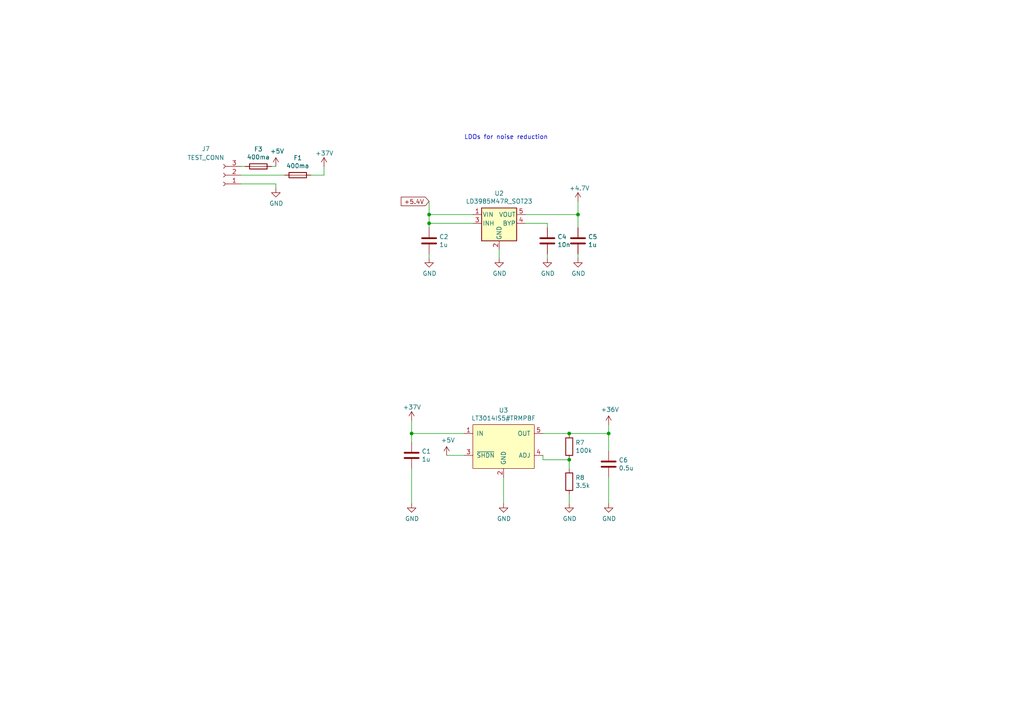
<source format=kicad_sch>
(kicad_sch (version 20211123) (generator eeschema)
  (paper "A4")
  (lib_symbols
    (symbol "Connector:Conn_01x03_Female" (pin_names (offset 1.016) hide)
      (property "Reference" "J" (at 0 5.08 0))
      (property "Value" "Conn_01x03_Female" (at 0 -5.08 0))
      (symbol "Conn_01x03_Female_1_1"
        (arc (start 0 -2.032) (mid -0.508 -2.54) (end 0 -3.048) (stroke (width 0.1524)))
        (polyline (pts (xy -1.27 -2.54) (xy -0.508 -2.54)) (stroke (width 0.1524)))
        (polyline (pts (xy -1.27 0) (xy -0.508 0)) (stroke (width 0.1524)))
        (polyline (pts (xy -1.27 2.54) (xy -0.508 2.54)) (stroke (width 0.1524)))
        (arc (start 0 0.508) (mid -0.508 0) (end 0 -0.508) (stroke (width 0.1524)))
        (arc (start 0 3.048) (mid -0.508 2.54) (end 0 2.032) (stroke (width 0.1524)))
        (pin passive line (at -5.08 2.54 0) (length 3.81) (name "Pin_1") (number "1"))
        (pin passive line (at -5.08 0 0) (length 3.81) (name "Pin_2") (number "2"))
        (pin passive line (at -5.08 -2.54 0) (length 3.81) (name "Pin_3") (number "3"))
      )
    )
    (symbol "Device:C" (pin_numbers hide) (pin_names (offset 0.254))
      (property "Reference" "C" (at 0.635 2.54 0))
      (property "Value" "C" (at 0.635 -2.54 0))
      (symbol "C_0_1"
        (polyline (pts (xy -2.032 -0.762) (xy 2.032 -0.762)) (stroke (width 0.508)))
        (polyline (pts (xy -2.032 0.762) (xy 2.032 0.762)) (stroke (width 0.508)))
      )
      (symbol "C_1_1"
        (pin passive line (at 0 3.81 270) (length 2.794) (name "~") (number "1"))
        (pin passive line (at 0 -3.81 90) (length 2.794) (name "~") (number "2"))
      )
    )
    (symbol "Device:Fuse" (pin_numbers hide) (pin_names (offset 0))
      (property "Reference" "F" (at 2.032 0 90))
      (property "Value" "Fuse" (at -1.905 0 90))
      (symbol "Fuse_0_1"
        (rectangle (start -0.762 -2.54) (end 0.762 2.54) (stroke (width 0.254)))
        (polyline (pts (xy 0 2.54) (xy 0 -2.54)))
      )
      (symbol "Fuse_1_1"
        (pin passive line (at 0 3.81 270) (length 1.27) (name "~") (number "1"))
        (pin passive line (at 0 -3.81 90) (length 1.27) (name "~") (number "2"))
      )
    )
    (symbol "Device:R" (pin_numbers hide) (pin_names (offset 0))
      (property "Reference" "R" (at 2.032 0 90))
      (property "Value" "R" (at 0 0 90))
      (symbol "R_0_1"
        (rectangle (start -1.016 -2.54) (end 1.016 2.54) (stroke (width 0.254)))
      )
      (symbol "R_1_1"
        (pin passive line (at 0 3.81 270) (length 1.27) (name "~") (number "1"))
        (pin passive line (at 0 -3.81 90) (length 1.27) (name "~") (number "2"))
      )
    )
    (symbol "Regulator_Linear:LD3985M47R_SOT23" (pin_names (offset 0.254))
      (property "Reference" "U" (at -3.81 5.715 0))
      (property "Value" "LD3985M47R_SOT23" (at 0 5.715 0))
      (symbol "LD3985M47R_SOT23_0_1"
        (rectangle (start -5.08 4.445) (end 5.08 -5.08) (stroke (width 0.254)) (fill (type background)))
      )
      (symbol "LD3985M47R_SOT23_1_1"
        (pin power_in line (at -7.62 2.54 0) (length 2.54) (name "VIN") (number "1"))
        (pin power_in line (at 0 -7.62 90) (length 2.54) (name "GND") (number "2"))
        (pin input line (at -7.62 0 0) (length 2.54) (name "INH") (number "3"))
        (pin input line (at 7.62 0 180) (length 2.54) (name "BYP") (number "4"))
        (pin power_out line (at 7.62 2.54 180) (length 2.54) (name "VOUT") (number "5"))
      )
    )
    (symbol "payload2020_custom:+37V" (power) (pin_names (offset 0))
      (property "Value" "+37V" (at 0 3.556 0))
      (symbol "+37V_0_1"
        (polyline (pts (xy -0.762 1.27) (xy 0 2.54)))
        (polyline (pts (xy 0 0) (xy 0 2.54)))
        (polyline (pts (xy 0 2.54) (xy 0.762 1.27)))
      )
      (symbol "+37V_1_1"
        (pin power_in line (at 0 0 270) (length 0) hide (name "+37V") (number "1"))
      )
    )
    (symbol "payload2020_custom:+4.7V" (power) (pin_names (offset 0))
      (property "Value" "+4.7V" (at 0 3.556 0))
      (symbol "+4.7V_0_1"
        (polyline (pts (xy -0.762 1.27) (xy 0 2.54)))
        (polyline (pts (xy 0 0) (xy 0 2.54)))
        (polyline (pts (xy 0 2.54) (xy 0.762 1.27)))
      )
      (symbol "+4.7V_1_1"
        (pin power_in line (at 0 0 270) (length 0) hide (name "+4.7V") (number "1"))
      )
    )
    (symbol "payload2020_custom:LT3014IS5#TRMPBF" (pin_names (offset 1.016))
      (property "Reference" "U" (at 0 8.255 0))
      (property "Value" "LT3014IS5#TRMPBF" (at 0 6.35 0))
      (symbol "LT3014IS5#TRMPBF_0_1"
        (rectangle (start -8.89 5.08) (end 8.89 -7.62) (fill (type background)))
      )
      (symbol "LT3014IS5#TRMPBF_1_1"
        (pin input line (at -11.43 2.54 0) (length 2.54) (name "IN") (number "1"))
        (pin input line (at 0 -10.16 90) (length 2.54) (name "GND") (number "2"))
        (pin input line (at -11.43 -3.81 0) (length 2.54) (name "~{SHDN}") (number "3"))
        (pin input line (at 11.43 -3.81 180) (length 2.54) (name "ADJ") (number "4"))
        (pin input line (at 11.43 2.54 180) (length 2.54) (name "OUT") (number "5"))
      )
    )
    (symbol "power:+36V" (power) (pin_names (offset 0))
      (property "Value" "+36V" (at 0 3.556 0))
      (symbol "+36V_0_1"
        (polyline (pts (xy -0.762 1.27) (xy 0 2.54)))
        (polyline (pts (xy 0 0) (xy 0 2.54)))
        (polyline (pts (xy 0 2.54) (xy 0.762 1.27)))
      )
      (symbol "+36V_1_1"
        (pin power_in line (at 0 0 90) (length 0) hide (name "+36V") (number "1"))
      )
    )
    (symbol "power:+5V" (power) (pin_names (offset 0))
      (property "Value" "+5V" (at 0 3.556 0))
      (symbol "+5V_0_1"
        (polyline (pts (xy -0.762 1.27) (xy 0 2.54)))
        (polyline (pts (xy 0 0) (xy 0 2.54)))
        (polyline (pts (xy 0 2.54) (xy 0.762 1.27)))
      )
      (symbol "+5V_1_1"
        (pin power_in line (at 0 0 90) (length 0) hide (name "+5V") (number "1"))
      )
    )
    (symbol "power:GND" (power) (pin_names (offset 0))
      (property "Value" "GND" (at 0 -3.81 0))
      (symbol "GND_0_1"
        (polyline (pts (xy 0 0) (xy 0 -1.27) (xy 1.27 -1.27) (xy 0 -2.54) (xy -1.27 -1.27) (xy 0 -1.27)))
      )
      (symbol "GND_1_1"
        (pin power_in line (at 0 0 270) (length 0) hide (name "GND") (number "1"))
      )
    )
  )
  (junction (at 165.1 133.35))
  (junction (at 124.46 62.23))
  (junction (at 176.53 125.73))
  (junction (at 167.64 62.23))
  (junction (at 165.1 125.73))
  (junction (at 119.38 125.73))
  (junction (at 124.46 64.77))
  (wire (pts (xy 157.48 125.73) (xy 165.1 125.73)))
  (wire (pts (xy 134.62 132.08) (xy 129.54 132.08)))
  (wire (pts (xy 165.1 143.51) (xy 165.1 146.05)))
  (wire (pts (xy 119.38 125.73) (xy 119.38 128.27)))
  (wire (pts (xy 176.53 125.73) (xy 176.53 130.81)))
  (wire (pts (xy 176.53 123.19) (xy 176.53 125.73)))
  (wire (pts (xy 167.64 62.23) (xy 152.4 62.23)))
  (wire (pts (xy 158.75 73.66) (xy 158.75 74.93)))
  (wire (pts (xy 119.38 121.92) (xy 119.38 125.73)))
  (wire (pts (xy 158.75 64.77) (xy 152.4 64.77)))
  (wire (pts (xy 137.16 64.77) (xy 124.46 64.77)))
  (wire (pts (xy 146.05 138.43) (xy 146.05 146.05)))
  (wire (pts (xy 165.1 133.35) (xy 165.1 135.89)))
  (wire (pts (xy 124.46 62.23) (xy 137.16 62.23)))
  (wire (pts (xy 124.46 66.04) (xy 124.46 64.77)))
  (wire (pts (xy 167.64 74.93) (xy 167.64 73.66)))
  (wire (pts (xy 158.75 66.04) (xy 158.75 64.77)))
  (wire (pts (xy 157.48 132.08) (xy 157.48 133.35)))
  (wire (pts (xy 157.48 133.35) (xy 165.1 133.35)))
  (wire (pts (xy 167.64 58.42) (xy 167.64 62.23)))
  (wire (pts (xy 78.74 48.26) (xy 80.01 48.26)))
  (wire (pts (xy 80.01 53.34) (xy 80.01 54.61)))
  (wire (pts (xy 167.64 66.04) (xy 167.64 62.23)))
  (wire (pts (xy 165.1 125.73) (xy 176.53 125.73)))
  (wire (pts (xy 124.46 58.42) (xy 124.46 62.23)))
  (wire (pts (xy 93.98 48.26) (xy 93.98 50.8)))
  (wire (pts (xy 69.85 48.26) (xy 71.12 48.26)))
  (wire (pts (xy 119.38 135.89) (xy 119.38 146.05)))
  (wire (pts (xy 69.85 53.34) (xy 80.01 53.34)))
  (wire (pts (xy 124.46 64.77) (xy 124.46 62.23)))
  (wire (pts (xy 134.62 125.73) (xy 119.38 125.73)))
  (wire (pts (xy 82.55 50.8) (xy 69.85 50.8)))
  (wire (pts (xy 144.78 72.39) (xy 144.78 74.93)))
  (wire (pts (xy 124.46 73.66) (xy 124.46 74.93)))
  (wire (pts (xy 176.53 138.43) (xy 176.53 146.05)))
  (wire (pts (xy 93.98 50.8) (xy 90.17 50.8)))
  (text "LDOs for noise reduction" (at 134.62 40.64 0) (effects (font (size 1.27 1.27)) (justify left bottom)))
  (global_label "+5.4V" (shape input) (at 124.46 58.42 180) (property "Intersheet References" "${INTERSHEET_REFS}" (effects hide)))
  (symbol (lib_id "Device:C") (at 124.46 69.85 0) (unit 1)
    (property "Reference" "C2" (at 127.381 68.6816 0) (effects (justify left)))
    (property "Value" "1u" (at 127.381 70.993 0) (effects (justify left)))
    (property "Footprint" "Capacitor_SMD:C_0805_2012Metric_Pad1.15x1.40mm_HandSolder" (effects hide))
  )
  (symbol (lib_id "payload2020_custom:+4.7V") (at 167.64 58.42 0) (unit 1)
    (property "Reference" "#U04" (effects hide))
    (property "Value" "+4.7V" (at 165.1 54.61 0) (effects (justify left)))
  )
  (symbol (lib_id "power:GND") (at 124.46 74.93 0) (unit 1)
    (property "Reference" "#PWR05" (effects hide))
    (property "Value" "GND" (at 124.587 79.3242 0))
  )
  (symbol (lib_id "Device:C") (at 119.38 132.08 0) (unit 1)
    (property "Reference" "C1" (at 122.301 130.9116 0) (effects (justify left)))
    (property "Value" "1u" (at 122.301 133.223 0) (effects (justify left)))
    (property "Footprint" "Capacitor_SMD:C_0805_2012Metric_Pad1.15x1.40mm_HandSolder" (effects hide))
  )
  (symbol (lib_id "Device:R") (at 165.1 129.54 0) (unit 1)
    (property "Reference" "R7" (at 166.878 128.3716 0) (effects (justify left)))
    (property "Value" "100k" (at 166.878 130.683 0) (effects (justify left)))
    (property "Footprint" "Resistor_SMD:R_0805_2012Metric_Pad1.15x1.40mm_HandSolder" (effects hide))
  )
  (symbol (lib_id "Device:R") (at 165.1 139.7 0) (unit 1)
    (property "Reference" "R8" (at 166.878 138.5316 0) (effects (justify left)))
    (property "Value" "3.5k" (at 166.878 140.843 0) (effects (justify left)))
    (property "Footprint" "Resistor_SMD:R_0805_2012Metric_Pad1.15x1.40mm_HandSolder" (effects hide))
  )
  (symbol (lib_id "power:GND") (at 165.1 146.05 0) (unit 1)
    (property "Reference" "#PWR012" (effects hide))
    (property "Value" "GND" (at 165.227 150.4442 0))
  )
  (symbol (lib_id "Device:C") (at 176.53 134.62 0) (unit 1)
    (property "Reference" "C6" (at 179.451 133.4516 0) (effects (justify left)))
    (property "Value" "0.5u" (at 179.451 135.763 0) (effects (justify left)))
    (property "Footprint" "Capacitor_SMD:C_0805_2012Metric_Pad1.15x1.40mm_HandSolder" (effects hide))
  )
  (symbol (lib_id "power:GND") (at 176.53 146.05 0) (unit 1)
    (property "Reference" "#PWR016" (effects hide))
    (property "Value" "GND" (at 176.657 150.4442 0))
  )
  (symbol (lib_id "Regulator_Linear:LD3985M47R_SOT23") (at 144.78 64.77 0) (unit 1)
    (property "Reference" "U2" (at 144.78 56.0832 0))
    (property "Value" "LD3985M47R_SOT23" (at 144.78 58.3946 0))
    (property "Footprint" "Package_TO_SOT_SMD:SOT-23-5" (effects hide))
    (property "Datasheet" "http://www.st.com/internet/com/TECHNICAL_RESOURCES/TECHNICAL_LITERATURE/DATASHEET/CD00003395.pdf" (effects hide))
  )
  (symbol (lib_id "Device:C") (at 158.75 69.85 0) (unit 1)
    (property "Reference" "C4" (at 161.671 68.6816 0) (effects (justify left)))
    (property "Value" "10n" (at 161.671 70.993 0) (effects (justify left)))
    (property "Footprint" "Capacitor_SMD:C_0805_2012Metric_Pad1.15x1.40mm_HandSolder" (effects hide))
  )
  (symbol (lib_id "power:GND") (at 144.78 74.93 0) (unit 1)
    (property "Reference" "#PWR09" (effects hide))
    (property "Value" "GND" (at 144.907 79.3242 0))
  )
  (symbol (lib_id "Device:C") (at 167.64 69.85 0) (unit 1)
    (property "Reference" "C5" (at 170.561 68.6816 0) (effects (justify left)))
    (property "Value" "1u" (at 170.561 70.993 0) (effects (justify left)))
    (property "Footprint" "Capacitor_SMD:C_0805_2012Metric_Pad1.15x1.40mm_HandSolder" (effects hide))
  )
  (symbol (lib_id "power:GND") (at 158.75 74.93 0) (unit 1)
    (property "Reference" "#PWR011" (effects hide))
    (property "Value" "GND" (at 158.877 79.3242 0))
  )
  (symbol (lib_id "power:GND") (at 167.64 74.93 0) (unit 1)
    (property "Reference" "#PWR013" (effects hide))
    (property "Value" "GND" (at 167.767 79.3242 0))
  )
  (symbol (lib_id "payload2020_custom:LT3014IS5#TRMPBF") (at 146.05 128.27 0) (unit 1)
    (property "Reference" "U3" (at 146.05 118.999 0))
    (property "Value" "LT3014IS5#TRMPBF" (at 146.05 121.3104 0))
    (property "Footprint" "Package_TO_SOT_SMD:TSOT-23-5_HandSoldering" (effects hide))
    (property "Datasheet" "https://www.analog.com/media/en/technical-documentation/data-sheets/3014fd.pdf" (effects hide))
  )
  (symbol (lib_id "payload2020_custom:+37V") (at 119.38 121.92 0) (unit 1)
    (property "Reference" "#U01" (effects hide))
    (property "Value" "+37V" (at 116.84 118.11 0) (effects (justify left)))
  )
  (symbol (lib_id "power:+5V") (at 129.54 132.08 0) (unit 1)
    (property "Reference" "#PWR08" (effects hide))
    (property "Value" "+5V" (at 129.921 127.6858 0))
  )
  (symbol (lib_id "power:+36V") (at 176.53 123.19 0) (unit 1)
    (property "Reference" "#PWR015" (effects hide))
    (property "Value" "+36V" (at 176.911 118.7958 0))
  )
  (symbol (lib_id "power:GND") (at 146.05 146.05 0) (unit 1)
    (property "Reference" "#PWR010" (effects hide))
    (property "Value" "GND" (at 146.177 150.4442 0))
  )
  (symbol (lib_id "power:GND") (at 119.38 146.05 0) (unit 1)
    (property "Reference" "#PWR03" (effects hide))
    (property "Value" "GND" (at 119.507 150.4442 0))
  )
  (symbol (lib_id "Connector:Conn_01x03_Female") (at 64.77 50.8 180) (unit 1)
    (property "Reference" "J7" (at 59.69 43.18 0))
    (property "Value" "TEST_CONN" (at 59.69 45.72 0))
    (property "Footprint" "Connector_PinHeader_2.54mm:PinHeader_1x03_P2.54mm_Vertical" (effects hide))
  )
  (symbol (lib_id "power:+5V") (at 80.01 48.26 0) (unit 1)
    (property "Reference" "#PWR0109" (effects hide))
    (property "Value" "+5V" (at 80.391 43.8658 0))
  )
  (symbol (lib_id "Device:Fuse") (at 74.93 48.26 270) (unit 1)
    (property "Reference" "F3" (at 74.93 43.2562 90))
    (property "Value" "400ma" (at 74.93 45.5676 90))
    (property "Footprint" "Fuse:Fuse_0805_2012Metric_Pad1.15x1.40mm_HandSolder" (effects hide))
  )
  (symbol (lib_id "power:GND") (at 80.01 54.61 0) (unit 1)
    (property "Reference" "#PWR0110" (effects hide))
    (property "Value" "GND" (at 80.137 59.0042 0))
  )
  (symbol (lib_id "Device:Fuse") (at 86.36 50.8 270) (unit 1)
    (property "Reference" "F1" (at 86.36 45.7962 90))
    (property "Value" "400ma" (at 86.36 48.1076 90))
    (property "Footprint" "Fuse:Fuse_0805_2012Metric_Pad1.15x1.40mm_HandSolder" (effects hide))
  )
  (symbol (lib_id "payload2020_custom:+37V") (at 93.98 48.26 0) (unit 1)
    (property "Reference" "#U02" (effects hide))
    (property "Value" "+37V" (at 91.44 44.45 0) (effects (justify left)))
  )
)
</source>
